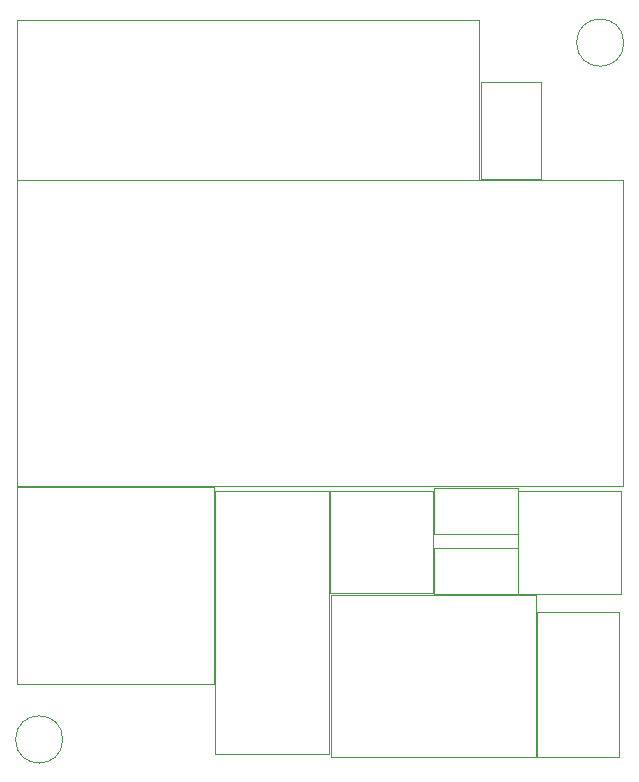
<source format=gbr>
G04 #@! TF.GenerationSoftware,KiCad,Pcbnew,(5.99.0-576-ga860ac506)*
G04 #@! TF.CreationDate,2021-04-05T16:40:01+02:00*
G04 #@! TF.ProjectId,8 Inch Floppy Power Supply,3820496e-6368-4204-966c-6f7070792050,rev?*
G04 #@! TF.SameCoordinates,Original*
G04 #@! TF.FileFunction,Other,User*
%FSLAX46Y46*%
G04 Gerber Fmt 4.6, Leading zero omitted, Abs format (unit mm)*
G04 Created by KiCad (PCBNEW (5.99.0-576-ga860ac506)) date 2021-04-05 16:40:01*
%MOMM*%
%LPD*%
G04 APERTURE LIST*
%ADD10C,0.050000*%
G04 APERTURE END LIST*
D10*
X62579000Y-59947500D02*
X62579000Y-68647500D01*
X71279000Y-59947500D02*
X62579000Y-59947500D01*
X71279000Y-68647500D02*
X71279000Y-59947500D01*
X62579000Y-68647500D02*
X71279000Y-68647500D01*
X24000000Y-81000000D02*
G75*
G03*
X24000000Y-81000000I-2000000J0D01*
G01*
X71500000Y-22000000D02*
G75*
G03*
X71500000Y-22000000I-2000000J0D01*
G01*
X71107500Y-82508000D02*
X71107500Y-70178000D01*
X71107500Y-70178000D02*
X64187500Y-70178000D01*
X64187500Y-70178000D02*
X64187500Y-82508000D01*
X64187500Y-82508000D02*
X71107500Y-82508000D01*
X20111500Y-33607000D02*
X59211500Y-33607000D01*
X20111500Y-20107000D02*
X20111500Y-33607000D01*
X59211500Y-20107000D02*
X20111500Y-20107000D01*
X59211500Y-33607000D02*
X59211500Y-20107000D01*
X46640500Y-68640000D02*
X55340500Y-68640000D01*
X55340500Y-68640000D02*
X55340500Y-59940000D01*
X55340500Y-59940000D02*
X46640500Y-59940000D01*
X46640500Y-59940000D02*
X46640500Y-68640000D01*
X71410000Y-33659000D02*
X20110000Y-33659000D01*
X71410000Y-59519000D02*
X20110000Y-59519000D01*
X20110000Y-59519000D02*
X20110000Y-33659000D01*
X71410000Y-59519000D02*
X71410000Y-33659000D01*
X36872500Y-82260000D02*
X46572500Y-82260000D01*
X36872500Y-82260000D02*
X36872500Y-59960000D01*
X46572500Y-82260000D02*
X46572500Y-59960000D01*
X36872500Y-59960000D02*
X46572500Y-59960000D01*
X55401500Y-64788500D02*
X55401500Y-68688500D01*
X55401500Y-68688500D02*
X62501500Y-68688500D01*
X62501500Y-68688500D02*
X62501500Y-64788500D01*
X62501500Y-64788500D02*
X55401500Y-64788500D01*
X62501500Y-59708500D02*
X55401500Y-59708500D01*
X62501500Y-63608500D02*
X62501500Y-59708500D01*
X55401500Y-63608500D02*
X62501500Y-63608500D01*
X55401500Y-59708500D02*
X55401500Y-63608500D01*
X59426000Y-25340500D02*
X59426000Y-33540500D01*
X64526000Y-25340500D02*
X59426000Y-25340500D01*
X64526000Y-33540500D02*
X64526000Y-25340500D01*
X59426000Y-33540500D02*
X64526000Y-33540500D01*
X20094500Y-76295000D02*
X36794500Y-76295000D01*
X20094500Y-59595000D02*
X20094500Y-76295000D01*
X36794500Y-59595000D02*
X20094500Y-59595000D01*
X36794500Y-76295000D02*
X36794500Y-59595000D01*
X46680500Y-68729000D02*
X46680500Y-82479000D01*
X46680500Y-82479000D02*
X64080500Y-82479000D01*
X64080500Y-82479000D02*
X64080500Y-68729000D01*
X64080500Y-68729000D02*
X46680500Y-68729000D01*
M02*

</source>
